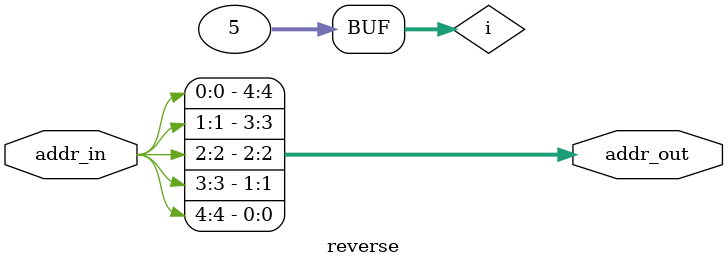
<source format=v>
module reverse
#(parameter ADDR_WIDTH = 5)
(
input [ADDR_WIDTH -1: 0] addr_in,
output reg [ADDR_WIDTH -1: 0]  addr_out
);


integer i;
always @* begin
	for (i = 0; i < ADDR_WIDTH; i = i + 1) begin
		addr_out [i] = addr_in[ADDR_WIDTH - 1 - i];
	end
end


endmodule 
</source>
